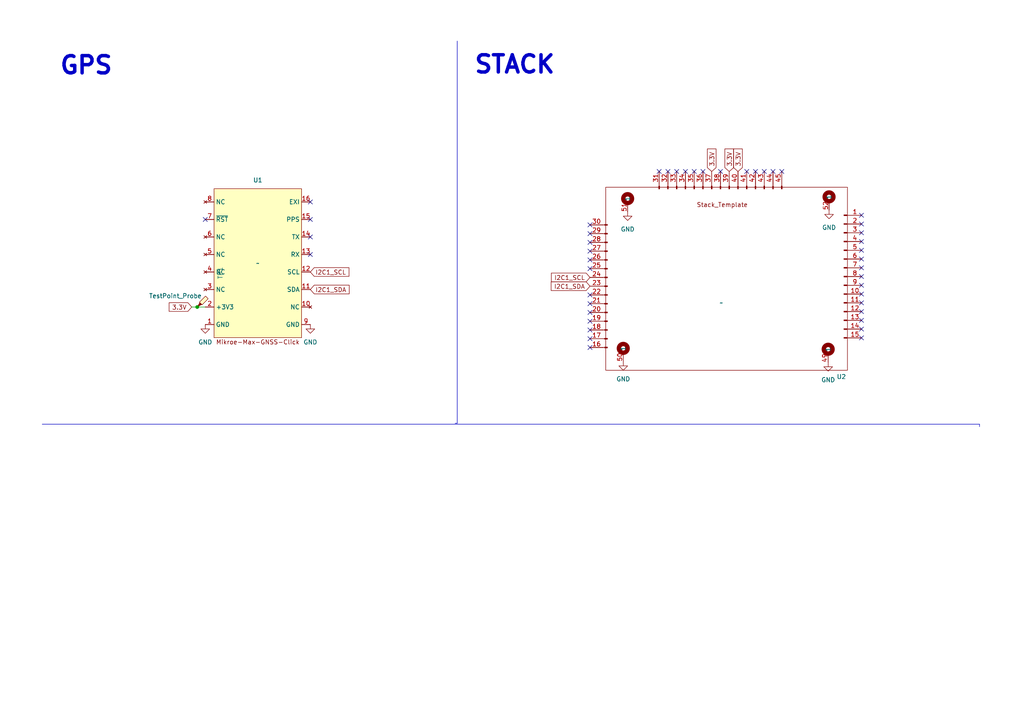
<source format=kicad_sch>
(kicad_sch (version 20230121) (generator eeschema)
  (paper "A4")
  (lib_symbols
    (symbol "Connector:TestPoint_Probe" (pin_numbers hide) (pin_names (offset 0.762) hide)
      (property "Reference" "TP" (at 1.651 5.842 0))
      (property "Value" "TestPoint_Probe" (at 1.651 4.064 0))
      (symbol "TestPoint_Probe_0_1"
        (polyline (pts (xy 1.27 0.762) (xy 0 0) (xy 0.762 1.27) (xy 1.27 0.762)) (fill (type outline)))
        (polyline (pts (xy 1.397 0.635) (xy 0.635 1.397) (xy 2.413 3.175) (xy 3.175 2.413) (xy 1.397 0.635)) (fill (type background)))
      )
      (symbol "TestPoint_Probe_1_1"
        (pin passive line (at 0 0 90) (length 0) (name "1") (number "1"))
      )
    )
    (symbol "Mikroe-MAX-Click_ThrustMIT:Mikroe_GNSS_MAX_Click"
      (property "Reference" "U" (at 0 22.86 0))
      (symbol "Mikroe_GNSS_MAX_Click_1_1"
        (rectangle (start -12.7 21.59) (end 12.7 -21.59) (fill (type background)))
        (text "Mikroe-Max-GNSS-Click\n" (at 0 -22.86 0) (effects (font (size 1.27 1.27))))
        (pin power_in line (at -15.24 -17.78 0) (length 2.54) (name "GND") (number "1"))
        (pin no_connect line (at 15.24 -12.7 180) (length 2.54) (name "NC") (number "10"))
        (pin bidirectional line (at 15.24 -7.62 180) (length 2.54) (name "SDA") (number "11"))
        (pin input line (at 15.24 -2.54 180) (length 2.54) (name "SCL") (number "12"))
        (pin input line (at 15.24 2.54 180) (length 2.54) (name "RX") (number "13"))
        (pin output line (at 15.24 7.62 180) (length 2.54) (name "TX") (number "14"))
        (pin output line (at 15.24 12.7 180) (length 2.54) (name "PPS") (number "15"))
        (pin input line (at 15.24 17.78 180) (length 2.54) (name "EXI") (number "16"))
        (pin power_in line (at -15.24 -12.7 0) (length 2.54) (name "+3V3") (number "2"))
        (pin no_connect line (at -15.24 -7.62 0) (length 2.54) (name "NC") (number "3"))
        (pin no_connect line (at -15.24 -2.54 0) (length 2.54) (name "NC") (number "4"))
        (pin no_connect line (at -15.24 2.54 0) (length 2.54) (name "NC") (number "5"))
        (pin no_connect line (at -15.24 7.62 0) (length 2.54) (name "NC") (number "6"))
        (pin input line (at -15.24 12.7 0) (length 2.54) (name "~{RST}") (number "7"))
        (pin no_connect line (at -15.24 17.78 0) (length 2.54) (name "NC") (number "8"))
        (pin power_in line (at 15.24 -17.78 180) (length 2.54) (name "GND") (number "9"))
      )
    )
    (symbol "fc_stack:Template"
      (property "Reference" "U" (at 0 0 0))
      (symbol "Template_0_1"
        (circle (center -28.448 -13.208) (radius 1.27) (stroke (width 1.27)))
        (circle (center -27.178 30.226) (radius 1.27) (stroke (width 1.27)))
        (circle (center 30.988 -13.462) (radius 1.27) (stroke (width 1.27)))
        (circle (center 31.242 30.734) (radius 1.27) (stroke (width 1.27)))
      )
      (symbol "Template_1_1"
        (rectangle (start -33.8836 -13.081) (end -33.02 -12.827) (stroke (width 0.1524)) (fill (type outline)))
        (rectangle (start -33.8836 -10.541) (end -33.02 -10.287) (stroke (width 0.1524)) (fill (type outline)))
        (rectangle (start -33.8836 -8.001) (end -33.02 -7.747) (stroke (width 0.1524)) (fill (type outline)))
        (rectangle (start -33.8836 -5.461) (end -33.02 -5.207) (stroke (width 0.1524)) (fill (type outline)))
        (rectangle (start -33.8836 -2.921) (end -33.02 -2.667) (stroke (width 0.1524)) (fill (type outline)))
        (rectangle (start -33.8836 -0.381) (end -33.02 -0.127) (stroke (width 0.1524)) (fill (type outline)))
        (rectangle (start -33.8836 2.159) (end -33.02 2.413) (stroke (width 0.1524)) (fill (type outline)))
        (rectangle (start -33.8836 4.699) (end -33.02 4.953) (stroke (width 0.1524)) (fill (type outline)))
        (rectangle (start -33.8836 7.239) (end -33.02 7.493) (stroke (width 0.1524)) (fill (type outline)))
        (rectangle (start -33.8836 9.779) (end -33.02 10.033) (stroke (width 0.1524)) (fill (type outline)))
        (rectangle (start -33.8836 12.319) (end -33.02 12.573) (stroke (width 0.1524)) (fill (type outline)))
        (rectangle (start -33.8836 14.859) (end -33.02 15.113) (stroke (width 0.1524)) (fill (type outline)))
        (rectangle (start -33.8836 17.399) (end -33.02 17.653) (stroke (width 0.1524)) (fill (type outline)))
        (rectangle (start -33.8836 19.939) (end -33.02 20.193) (stroke (width 0.1524)) (fill (type outline)))
        (rectangle (start -33.8836 22.479) (end -33.02 22.733) (stroke (width 0.1524)) (fill (type outline)))
        (rectangle (start -33.528 33.528) (end 36.576 -19.558))
        (rectangle (start -18.161 33.8836) (end -17.907 33.02) (stroke (width 0.1524)) (fill (type outline)))
        (rectangle (start -15.621 33.8836) (end -15.367 33.02) (stroke (width 0.1524)) (fill (type outline)))
        (rectangle (start -13.081 33.8836) (end -12.827 33.02) (stroke (width 0.1524)) (fill (type outline)))
        (rectangle (start -10.541 33.8836) (end -10.287 33.02) (stroke (width 0.1524)) (fill (type outline)))
        (rectangle (start -8.001 33.8836) (end -7.747 33.02) (stroke (width 0.1524)) (fill (type outline)))
        (rectangle (start -5.461 33.8836) (end -5.207 33.02) (stroke (width 0.1524)) (fill (type outline)))
        (rectangle (start -2.921 33.8836) (end -2.667 33.02) (stroke (width 0.1524)) (fill (type outline)))
        (rectangle (start -0.381 33.8836) (end -0.127 33.02) (stroke (width 0.1524)) (fill (type outline)))
        (polyline (pts (xy -34.29 -12.954) (xy -33.8836 -12.954)) (stroke (width 0.1524)))
        (polyline (pts (xy -34.29 -10.414) (xy -33.8836 -10.414)) (stroke (width 0.1524)))
        (polyline (pts (xy -34.29 -7.874) (xy -33.8836 -7.874)) (stroke (width 0.1524)))
        (polyline (pts (xy -34.29 -5.334) (xy -33.8836 -5.334)) (stroke (width 0.1524)))
        (polyline (pts (xy -34.29 -2.794) (xy -33.8836 -2.794)) (stroke (width 0.1524)))
        (polyline (pts (xy -34.29 -0.254) (xy -33.8836 -0.254)) (stroke (width 0.1524)))
        (polyline (pts (xy -34.29 2.286) (xy -33.8836 2.286)) (stroke (width 0.1524)))
        (polyline (pts (xy -34.29 4.826) (xy -33.8836 4.826)) (stroke (width 0.1524)))
        (polyline (pts (xy -34.29 7.366) (xy -33.8836 7.366)) (stroke (width 0.1524)))
        (polyline (pts (xy -34.29 9.906) (xy -33.8836 9.906)) (stroke (width 0.1524)))
        (polyline (pts (xy -34.29 12.446) (xy -33.8836 12.446)) (stroke (width 0.1524)))
        (polyline (pts (xy -34.29 14.986) (xy -33.8836 14.986)) (stroke (width 0.1524)))
        (polyline (pts (xy -34.29 17.526) (xy -33.8836 17.526)) (stroke (width 0.1524)))
        (polyline (pts (xy -34.29 20.066) (xy -33.8836 20.066)) (stroke (width 0.1524)))
        (polyline (pts (xy -34.29 22.606) (xy -33.8836 22.606)) (stroke (width 0.1524)))
        (polyline (pts (xy -18.034 34.29) (xy -18.034 33.8836)) (stroke (width 0.1524)))
        (polyline (pts (xy -15.494 34.29) (xy -15.494 33.8836)) (stroke (width 0.1524)))
        (polyline (pts (xy -12.954 34.29) (xy -12.954 33.8836)) (stroke (width 0.1524)))
        (polyline (pts (xy -10.414 34.29) (xy -10.414 33.8836)) (stroke (width 0.1524)))
        (polyline (pts (xy -7.874 34.29) (xy -7.874 33.8836)))
        (polyline (pts (xy -5.334 34.29) (xy -5.334 33.8836)) (stroke (width 0.1524)))
        (polyline (pts (xy -2.794 34.29) (xy -2.794 33.8836)) (stroke (width 0.1524)))
        (polyline (pts (xy -0.254 34.29) (xy -0.254 33.8836)) (stroke (width 0.1524)))
        (polyline (pts (xy 2.286 34.29) (xy 2.286 33.8836)) (stroke (width 0.1524)))
        (polyline (pts (xy 4.826 34.29) (xy 4.826 33.8836)) (stroke (width 0.1524)))
        (polyline (pts (xy 7.366 34.29) (xy 7.366 33.8836)) (stroke (width 0.1524)))
        (polyline (pts (xy 9.906 34.29) (xy 9.906 33.8836)) (stroke (width 0.1524)))
        (polyline (pts (xy 12.446 34.29) (xy 12.446 33.8836)) (stroke (width 0.1524)))
        (polyline (pts (xy 14.986 34.29) (xy 14.986 33.8836)) (stroke (width 0.1524)))
        (polyline (pts (xy 17.526 34.29) (xy 17.526 33.8836)) (stroke (width 0.1524)))
        (polyline (pts (xy 36.83 -10.16) (xy 36.4236 -10.16)) (stroke (width 0.1524)))
        (polyline (pts (xy 36.83 -7.62) (xy 36.4236 -7.62)) (stroke (width 0.1524)))
        (polyline (pts (xy 36.83 -5.08) (xy 36.4236 -5.08)) (stroke (width 0.1524)))
        (polyline (pts (xy 36.83 -2.54) (xy 36.4236 -2.54)) (stroke (width 0.1524)))
        (polyline (pts (xy 36.83 0) (xy 36.4236 0)) (stroke (width 0.1524)))
        (polyline (pts (xy 36.83 2.54) (xy 36.4236 2.54)) (stroke (width 0.1524)))
        (polyline (pts (xy 36.83 5.08) (xy 36.4236 5.08)) (stroke (width 0.1524)))
        (polyline (pts (xy 36.83 7.62) (xy 36.4236 7.62)) (stroke (width 0.1524)))
        (polyline (pts (xy 36.83 10.16) (xy 36.4236 10.16)) (stroke (width 0.1524)))
        (polyline (pts (xy 36.83 12.7) (xy 36.4236 12.7)) (stroke (width 0.1524)))
        (polyline (pts (xy 36.83 15.24) (xy 36.4236 15.24)) (stroke (width 0.1524)))
        (polyline (pts (xy 36.83 17.78) (xy 36.4236 17.78)) (stroke (width 0.1524)))
        (polyline (pts (xy 36.83 20.32) (xy 36.4236 20.32)) (stroke (width 0.1524)))
        (polyline (pts (xy 36.83 22.86) (xy 36.4236 22.86)) (stroke (width 0.1524)))
        (polyline (pts (xy 36.83 25.4) (xy 36.4236 25.4)) (stroke (width 0.1524)))
        (rectangle (start 2.159 33.8836) (end 2.413 33.02) (stroke (width 0.1524)) (fill (type outline)))
        (rectangle (start 4.699 33.8836) (end 4.953 33.02) (stroke (width 0.1524)) (fill (type outline)))
        (rectangle (start 7.239 33.8836) (end 7.493 33.02) (stroke (width 0.1524)) (fill (type outline)))
        (rectangle (start 9.779 33.8836) (end 10.033 33.02) (stroke (width 0.1524)) (fill (type outline)))
        (rectangle (start 12.319 33.8836) (end 12.573 33.02) (stroke (width 0.1524)) (fill (type outline)))
        (rectangle (start 14.859 33.8836) (end 15.113 33.02) (stroke (width 0.1524)) (fill (type outline)))
        (rectangle (start 17.399 33.8836) (end 17.653 33.02) (stroke (width 0.1524)) (fill (type outline)))
        (rectangle (start 36.4236 -10.033) (end 35.56 -10.287) (stroke (width 0.1524)) (fill (type outline)))
        (rectangle (start 36.4236 -7.493) (end 35.56 -7.747) (stroke (width 0.1524)) (fill (type outline)))
        (rectangle (start 36.4236 -4.953) (end 35.56 -5.207) (stroke (width 0.1524)) (fill (type outline)))
        (rectangle (start 36.4236 -2.413) (end 35.56 -2.667) (stroke (width 0.1524)) (fill (type outline)))
        (rectangle (start 36.4236 0.127) (end 35.56 -0.127) (stroke (width 0.1524)) (fill (type outline)))
        (rectangle (start 36.4236 2.667) (end 35.56 2.413) (stroke (width 0.1524)) (fill (type outline)))
        (rectangle (start 36.4236 5.207) (end 35.56 4.953) (stroke (width 0.1524)) (fill (type outline)))
        (rectangle (start 36.4236 7.747) (end 35.56 7.493) (stroke (width 0.1524)) (fill (type outline)))
        (rectangle (start 36.4236 10.287) (end 35.56 10.033) (stroke (width 0.1524)) (fill (type outline)))
        (rectangle (start 36.4236 12.827) (end 35.56 12.573) (stroke (width 0.1524)) (fill (type outline)))
        (rectangle (start 36.4236 15.367) (end 35.56 15.113) (stroke (width 0.1524)) (fill (type outline)))
        (rectangle (start 36.4236 17.907) (end 35.56 17.653) (stroke (width 0.1524)) (fill (type outline)))
        (rectangle (start 36.4236 20.447) (end 35.56 20.193) (stroke (width 0.1524)) (fill (type outline)))
        (rectangle (start 36.4236 22.987) (end 35.56 22.733) (stroke (width 0.1524)) (fill (type outline)))
        (rectangle (start 36.4236 25.527) (end 35.56 25.273) (stroke (width 0.1524)) (fill (type outline)))
        (text "Stack_Template\n" (at 0.254 28.448 0) (effects (font (size 1.27 1.27))))
        (pin passive line (at 40.64 25.4 180) (length 3.81) (name "") (number "1"))
        (pin passive line (at 40.64 2.54 180) (length 3.81) (name "") (number "10"))
        (pin passive line (at 40.64 0 180) (length 3.81) (name "") (number "11"))
        (pin passive line (at 40.64 -2.54 180) (length 3.81) (name "") (number "12"))
        (pin passive line (at 40.64 -5.08 180) (length 3.81) (name "") (number "13"))
        (pin passive line (at 40.64 -7.62 180) (length 3.81) (name "") (number "14"))
        (pin passive line (at 40.64 -10.16 180) (length 3.81) (name "") (number "15"))
        (pin passive line (at -38.1 -12.954 0) (length 3.81) (name "") (number "16"))
        (pin passive line (at -38.1 -10.414 0) (length 3.81) (name "") (number "17"))
        (pin passive line (at -38.1 -7.874 0) (length 3.81) (name "") (number "18"))
        (pin passive line (at -38.1 -5.334 0) (length 3.81) (name "") (number "19"))
        (pin passive line (at 40.64 22.86 180) (length 3.81) (name "") (number "2"))
        (pin passive line (at -38.1 -2.794 0) (length 3.81) (name "") (number "20"))
        (pin passive line (at -38.1 -0.254 0) (length 3.81) (name "") (number "21"))
        (pin passive line (at -38.1 2.286 0) (length 3.81) (name "") (number "22"))
        (pin passive line (at -38.1 4.826 0) (length 3.81) (name "") (number "23"))
        (pin passive line (at -38.1 7.366 0) (length 3.81) (name "") (number "24"))
        (pin passive line (at -38.1 9.906 0) (length 3.81) (name "") (number "25"))
        (pin passive line (at -38.1 12.446 0) (length 3.81) (name "") (number "26"))
        (pin passive line (at -38.1 14.986 0) (length 3.81) (name "") (number "27"))
        (pin passive line (at -38.1 17.526 0) (length 3.81) (name "") (number "28"))
        (pin passive line (at -38.1 20.066 0) (length 3.81) (name "") (number "29"))
        (pin passive line (at 40.64 20.32 180) (length 3.81) (name "") (number "3"))
        (pin passive line (at -38.1 22.606 0) (length 3.81) (name "") (number "30"))
        (pin passive line (at -18.034 38.1 270) (length 3.81) (name "") (number "31"))
        (pin passive line (at -15.494 38.1 270) (length 3.81) (name "") (number "32"))
        (pin passive line (at -12.954 38.1 270) (length 3.81) (name "") (number "33"))
        (pin passive line (at -10.414 38.1 270) (length 3.81) (name "") (number "34"))
        (pin passive line (at -7.874 38.1 270) (length 3.81) (name "") (number "35"))
        (pin passive line (at -5.334 38.1 270) (length 3.81) (name "") (number "36"))
        (pin passive line (at -2.794 38.1 270) (length 3.81) (name "") (number "37"))
        (pin passive line (at -0.254 38.1 270) (length 3.81) (name "") (number "38"))
        (pin passive line (at 2.286 38.1 270) (length 3.81) (name "") (number "39"))
        (pin passive line (at 40.64 17.78 180) (length 3.81) (name "") (number "4"))
        (pin passive line (at 4.826 38.1 270) (length 3.81) (name "") (number "40"))
        (pin passive line (at 7.366 38.1 270) (length 3.81) (name "") (number "41"))
        (pin passive line (at 9.906 38.1 270) (length 3.81) (name "") (number "42"))
        (pin passive line (at 12.446 38.1 270) (length 3.81) (name "") (number "43"))
        (pin passive line (at 14.986 38.1 270) (length 3.81) (name "") (number "44"))
        (pin passive line (at 17.526 38.1 270) (length 3.81) (name "") (number "45"))
        (pin input line (at 30.988 -17.272 90) (length 2.54) (name "1") (number "49"))
        (pin passive line (at 40.64 15.24 180) (length 3.81) (name "") (number "5"))
        (pin input line (at -28.448 -17.018 90) (length 2.54) (name "1") (number "50"))
        (pin input line (at -27.178 26.416 90) (length 2.54) (name "1") (number "51"))
        (pin input line (at 31.242 26.924 90) (length 2.54) (name "1") (number "52"))
        (pin passive line (at 40.64 12.7 180) (length 3.81) (name "") (number "6"))
        (pin passive line (at 40.64 10.16 180) (length 3.81) (name "") (number "7"))
        (pin passive line (at 40.64 7.62 180) (length 3.81) (name "") (number "8"))
        (pin passive line (at 40.64 5.08 180) (length 3.81) (name "") (number "9"))
      )
    )
    (symbol "power:GND" (power) (pin_names (offset 0))
      (property "Value" "GND" (at 0 -3.81 0))
      (symbol "GND_0_1"
        (polyline (pts (xy 0 0) (xy 0 -1.27) (xy 1.27 -1.27) (xy 0 -2.54) (xy -1.27 -1.27) (xy 0 -1.27)))
      )
      (symbol "GND_1_1"
        (pin power_in line (at 0 0 270) (length 0) hide (name "GND") (number "1"))
      )
    )
  )
  (junction (at 57.2008 89.0524))
  (no_connect (at 216.5858 49.7332))
  (no_connect (at 249.8598 92.9132))
  (no_connect (at 171.1198 100.7872))
  (no_connect (at 203.8858 49.7332))
  (no_connect (at 198.8058 49.7332))
  (no_connect (at 224.2058 49.7332))
  (no_connect (at 249.8598 90.3732))
  (no_connect (at 171.1198 70.3072))
  (no_connect (at 249.8598 85.2932))
  (no_connect (at 249.8598 72.5932))
  (no_connect (at 196.2658 49.7332))
  (no_connect (at 171.1198 85.5472))
  (no_connect (at 249.8598 77.6732))
  (no_connect (at 193.7258 49.7332))
  (no_connect (at 226.7458 49.7332))
  (no_connect (at 249.8598 67.5132))
  (no_connect (at 249.8598 62.4332))
  (no_connect (at 249.8598 70.0532))
  (no_connect (at 221.6658 49.7332))
  (no_connect (at 249.8598 87.8332))
  (no_connect (at 171.1198 98.2472))
  (no_connect (at 249.8598 95.4532))
  (no_connect (at 90.0176 63.6524))
  (no_connect (at 171.1198 95.7072))
  (no_connect (at 249.8598 64.9732))
  (no_connect (at 90.0176 68.7324))
  (no_connect (at 171.1198 88.0872))
  (no_connect (at 171.1198 72.8472))
  (no_connect (at 171.1198 90.6272))
  (no_connect (at 201.3458 49.7332))
  (no_connect (at 191.1858 49.7332))
  (no_connect (at 90.0176 58.5724))
  (no_connect (at 249.8598 82.7532))
  (no_connect (at 90.0176 73.8124))
  (no_connect (at 249.8598 97.9932))
  (no_connect (at 59.5376 63.6524))
  (no_connect (at 249.8598 80.2132))
  (no_connect (at 171.1198 67.7672))
  (no_connect (at 249.8598 75.1332))
  (no_connect (at 219.1258 49.7332))
  (no_connect (at 171.1198 93.1672))
  (no_connect (at 208.9658 49.7332))
  (no_connect (at 171.1198 65.2272))
  (no_connect (at 171.1198 75.3872))
  (no_connect (at 171.1198 77.9272))
  (wire (pts (xy 57.2008 89.0524) (xy 59.5376 89.0524)))
  (wire (pts (xy 55.6006 89.0524) (xy 57.2008 89.0524)))
  (polyline (pts (xy 284.099 123.0376) (xy 284.099 123.7488)))
  (polyline (pts (xy 132.6134 11.9126) (xy 132.6134 122.7836)))
  (polyline (pts (xy 12.2428 123.0376) (xy 284.099 123.0376)))
  (polyline (pts (xy 132.0038 122.7836) (xy 132.6134 122.7836)))
  (text "STACK\n" (at 137.2108 21.7932 0) (effects (font (size 5 5) (thickness 1) bold) (justify left bottom)))
  (text "GPS\n" (at 16.9672 22.0472 0) (effects (font (size 5 5) (thickness 1) bold) (justify left bottom)))
  (global_label "I2C1_SCL" (shape input) (at 90.0176 78.8924 0) (property "Intersheetrefs" "${INTERSHEET_REFS}" (effects hide)))
  (global_label "3.3V" (shape input) (at 206.4258 49.7332 90) (property "Intersheetrefs" "${INTERSHEET_REFS}" (effects hide)))
  (global_label "3.3V" (shape input) (at 214.0458 49.7332 90) (property "Intersheetrefs" "${INTERSHEET_REFS}" (effects hide)))
  (global_label "3.3V" (shape input) (at 211.5058 49.7332 90) (property "Intersheetrefs" "${INTERSHEET_REFS}" (effects hide)))
  (global_label "I2C1_SDA" (shape input) (at 90.0176 83.9724 0) (property "Intersheetrefs" "${INTERSHEET_REFS}" (effects hide)))
  (global_label "I2C1_SCL" (shape input) (at 171.1198 80.4672 180) (property "Intersheetrefs" "${INTERSHEET_REFS}" (effects hide)))
  (global_label "I2C1_SDA" (shape input) (at 171.1198 83.0072 180) (property "Intersheetrefs" "${INTERSHEET_REFS}" (effects hide)))
  (global_label "3.3V" (shape input) (at 55.6006 89.0524 180) (property "Intersheetrefs" "${INTERSHEET_REFS}" (effects hide)))
  (symbol (lib_id "power:GND") (at 182.0418 61.4172 0) (unit 1)
    (property "Reference" "#PWR04" (effects hide))
    (property "Value" "GND" (at 182.0418 66.4972 0))
  )
  (symbol (lib_id "power:GND") (at 59.5376 94.1324 0) (unit 1)
    (property "Reference" "#PWR01" (effects hide))
    (property "Value" "GND" (at 59.5376 99.2378 0))
  )
  (symbol (lib_id "Connector:TestPoint_Probe") (at 57.2008 89.0524 0) (unit 1)
    (property "Reference" "TP1" (at 63.9064 79.1972 90))
    (property "Value" "TestPoint_Probe" (at 50.8508 85.8266 0))
    (property "Footprint" "TestPoint:TestPoint_Pad_2.0x2.0mm" (effects hide))
  )
  (symbol (lib_id "Mikroe-MAX-Click_ThrustMIT:Mikroe_GNSS_MAX_Click") (at 74.7776 76.3524 0) (unit 1)
    (property "Reference" "U1" (at 74.7776 52.2478 0))
    (property "Value" "~" (at 74.7776 76.3524 0))
    (property "Footprint" "Mikroe-GNSS-MAX-CLICK_ThrustMIT:Mikroe_GNSS_MAX_CLICK_ThrustMIT" (effects hide))
  )
  (symbol (lib_id "power:GND") (at 240.4618 60.9092 0) (unit 1)
    (property "Reference" "#PWR06" (effects hide))
    (property "Value" "GND" (at 240.4618 65.9892 0))
  )
  (symbol (lib_id "fc_stack:Template") (at 209.2198 87.8332 0) (unit 1)
    (property "Reference" "U2" (at 242.6559 109.2708 0) (effects (justify left)))
    (property "Value" "~" (at 209.2198 87.8332 0))
    (property "Footprint" "FC_Stack_template:FC_Stack_template" (effects hide))
  )
  (symbol (lib_id "power:GND") (at 240.2078 105.1052 0) (unit 1)
    (property "Reference" "#PWR05" (effects hide))
    (property "Value" "GND" (at 240.2078 110.1852 0))
  )
  (symbol (lib_id "power:GND") (at 90.0176 94.1324 0) (unit 1)
    (property "Reference" "#PWR02" (effects hide))
    (property "Value" "GND" (at 90.0176 99.2378 0))
  )
  (symbol (lib_id "power:GND") (at 180.7718 104.8512 0) (unit 1)
    (property "Reference" "#PWR03" (effects hide))
    (property "Value" "GND" (at 180.7718 109.9312 0))
  )
)
</source>
